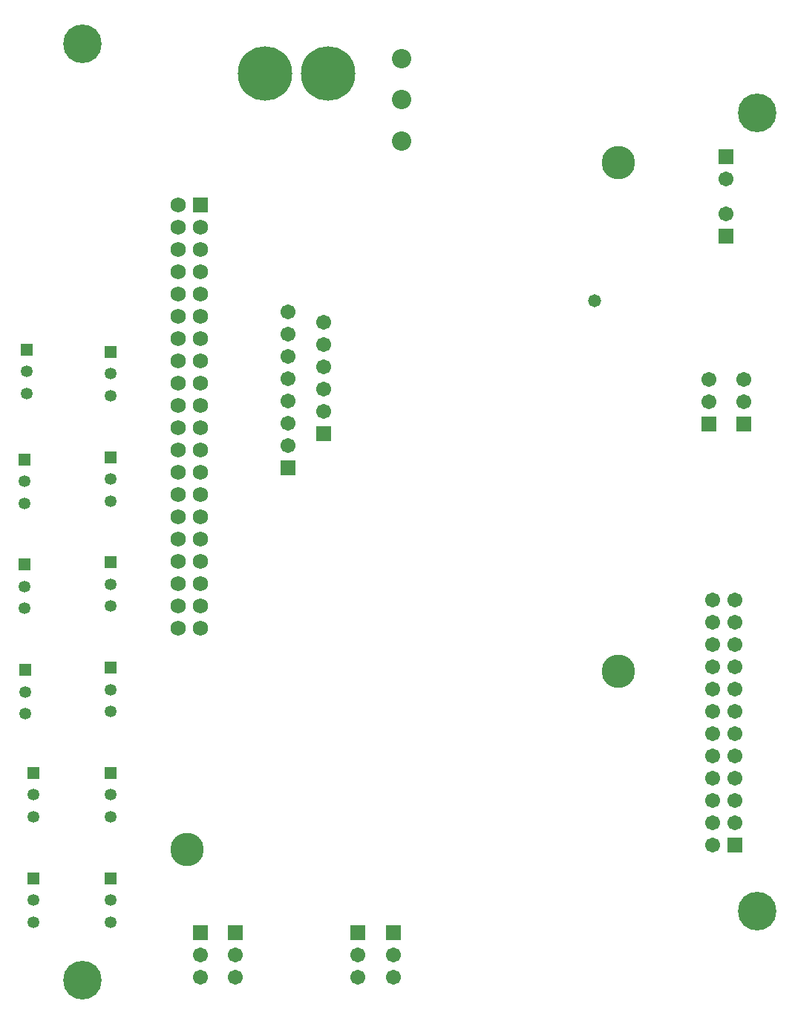
<source format=gbs>
G04*
G04 #@! TF.GenerationSoftware,Altium Limited,Altium Designer,21.2.2 (38)*
G04*
G04 Layer_Color=16711935*
%FSLAX25Y25*%
%MOIN*%
G70*
G04*
G04 #@! TF.SameCoordinates,CEF95F07-8C43-49F3-AA8E-E0B24A2A1908*
G04*
G04*
G04 #@! TF.FilePolarity,Negative*
G04*
G01*
G75*
%ADD65C,0.05315*%
%ADD66R,0.05315X0.05315*%
%ADD67R,0.06706X0.06706*%
%ADD68C,0.06706*%
%ADD69R,0.06800X0.06800*%
%ADD70C,0.06800*%
%ADD71C,0.08674*%
%ADD72C,0.24422*%
%ADD73C,0.14973*%
%ADD74C,0.17323*%
%ADD75C,0.05800*%
D65*
X18701Y277559D02*
D03*
Y287402D02*
D03*
X17807Y133858D02*
D03*
Y143701D02*
D03*
X17717Y238189D02*
D03*
Y228346D02*
D03*
Y190945D02*
D03*
Y181102D02*
D03*
X21654Y50197D02*
D03*
Y40354D02*
D03*
X56102Y276575D02*
D03*
Y286417D02*
D03*
Y229330D02*
D03*
Y239173D02*
D03*
Y182087D02*
D03*
Y191929D02*
D03*
Y134843D02*
D03*
Y144685D02*
D03*
Y97441D02*
D03*
Y87599D02*
D03*
Y50197D02*
D03*
Y40354D02*
D03*
X21654Y97441D02*
D03*
Y87599D02*
D03*
D66*
X18701Y297244D02*
D03*
X17807Y153543D02*
D03*
X17717Y248031D02*
D03*
Y200787D02*
D03*
X21654Y60039D02*
D03*
X56102Y296260D02*
D03*
Y249016D02*
D03*
Y201772D02*
D03*
Y154528D02*
D03*
Y107283D02*
D03*
Y60039D02*
D03*
X21654Y107283D02*
D03*
D67*
X151969Y259528D02*
D03*
X336614Y74803D02*
D03*
X135827Y244094D02*
D03*
X96457Y35433D02*
D03*
X332677Y348268D02*
D03*
Y384016D02*
D03*
X324803Y263780D02*
D03*
X340551D02*
D03*
X183071Y35433D02*
D03*
X167323D02*
D03*
X112205D02*
D03*
D68*
X151969Y269528D02*
D03*
Y279528D02*
D03*
Y289528D02*
D03*
Y299528D02*
D03*
Y309528D02*
D03*
X326614Y74803D02*
D03*
X336614Y84803D02*
D03*
X326614D02*
D03*
X336614Y94803D02*
D03*
X326614D02*
D03*
X336614Y104803D02*
D03*
X326614D02*
D03*
X336614Y114803D02*
D03*
X326614D02*
D03*
X336614Y124803D02*
D03*
X326614D02*
D03*
X336614Y134803D02*
D03*
X326614D02*
D03*
X336614Y144803D02*
D03*
X326614D02*
D03*
X336614Y154803D02*
D03*
X326614D02*
D03*
X336614Y164803D02*
D03*
X326614D02*
D03*
X336614Y174803D02*
D03*
X326614D02*
D03*
X336614Y184803D02*
D03*
X326614D02*
D03*
X135827Y254095D02*
D03*
Y264094D02*
D03*
Y274095D02*
D03*
Y284095D02*
D03*
Y294094D02*
D03*
Y304095D02*
D03*
Y314094D02*
D03*
X96457Y25433D02*
D03*
Y15433D02*
D03*
X332677Y358268D02*
D03*
Y374016D02*
D03*
X324803Y283780D02*
D03*
Y273780D02*
D03*
X340551D02*
D03*
Y283780D02*
D03*
X183071Y25433D02*
D03*
Y15433D02*
D03*
X167323D02*
D03*
Y25433D02*
D03*
X112205D02*
D03*
Y15433D02*
D03*
D69*
X96457Y362205D02*
D03*
D70*
X86457D02*
D03*
X96457Y352205D02*
D03*
X86457D02*
D03*
X96457Y342205D02*
D03*
X86457D02*
D03*
X96457Y332205D02*
D03*
X86457D02*
D03*
X96457Y322205D02*
D03*
X86457D02*
D03*
X96457Y312205D02*
D03*
X86457D02*
D03*
X96457Y302205D02*
D03*
X86457D02*
D03*
X96457Y292205D02*
D03*
X86457D02*
D03*
X96457Y282205D02*
D03*
X86457D02*
D03*
X96457Y272205D02*
D03*
X86457D02*
D03*
X96457Y262205D02*
D03*
X86457D02*
D03*
X96457Y252205D02*
D03*
X86457D02*
D03*
X96457Y242205D02*
D03*
X86457D02*
D03*
X96457Y232205D02*
D03*
X86457D02*
D03*
X96457Y222205D02*
D03*
X86457D02*
D03*
X96457Y212205D02*
D03*
X86457D02*
D03*
X96457Y202205D02*
D03*
X86457D02*
D03*
X96457Y192205D02*
D03*
X86457D02*
D03*
X96457Y182205D02*
D03*
X86457D02*
D03*
X96457Y172205D02*
D03*
X86457D02*
D03*
D71*
X187008Y427953D02*
D03*
Y409449D02*
D03*
Y390945D02*
D03*
D72*
X125669Y421260D02*
D03*
X153858D02*
D03*
D73*
X90551Y72835D02*
D03*
X284347Y153020D02*
D03*
Y381366D02*
D03*
D74*
X346457Y403543D02*
D03*
Y45276D02*
D03*
X43701Y434646D02*
D03*
Y14173D02*
D03*
D75*
X273622Y319213D02*
D03*
M02*

</source>
